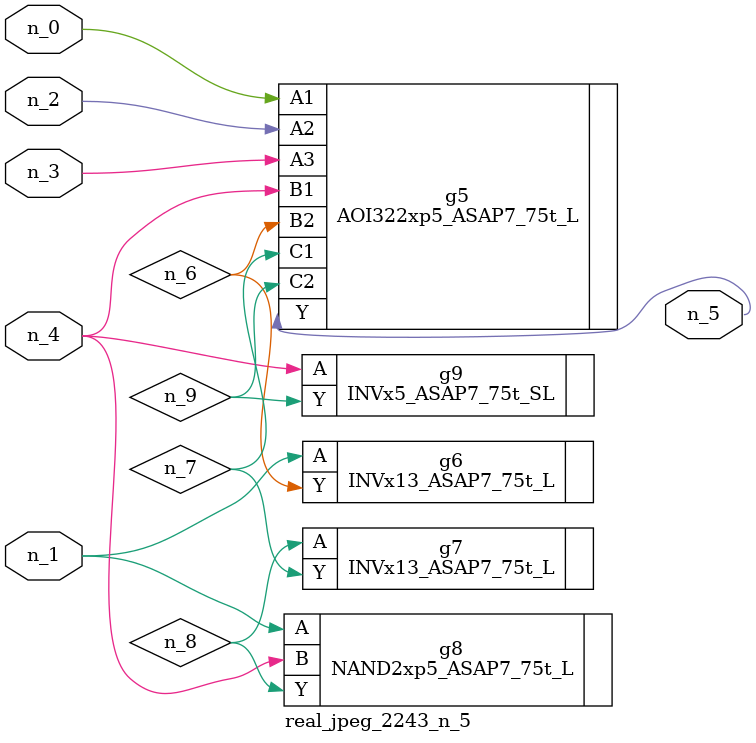
<source format=v>
module real_jpeg_2243_n_5 (n_4, n_0, n_1, n_2, n_3, n_5);

input n_4;
input n_0;
input n_1;
input n_2;
input n_3;

output n_5;

wire n_8;
wire n_6;
wire n_7;
wire n_9;

AOI322xp5_ASAP7_75t_L g5 ( 
.A1(n_0),
.A2(n_2),
.A3(n_3),
.B1(n_4),
.B2(n_6),
.C1(n_7),
.C2(n_9),
.Y(n_5)
);

INVx13_ASAP7_75t_L g6 ( 
.A(n_1),
.Y(n_6)
);

NAND2xp5_ASAP7_75t_L g8 ( 
.A(n_1),
.B(n_4),
.Y(n_8)
);

INVx5_ASAP7_75t_SL g9 ( 
.A(n_4),
.Y(n_9)
);

INVx13_ASAP7_75t_L g7 ( 
.A(n_8),
.Y(n_7)
);


endmodule
</source>
